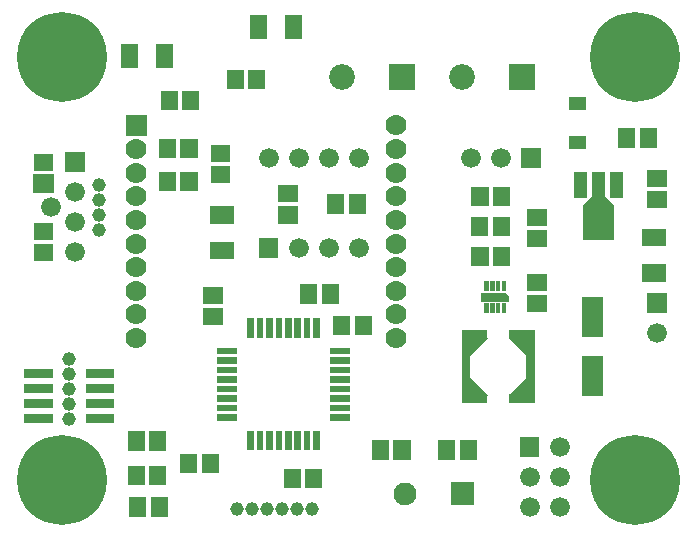
<source format=gbr>
G04 start of page 5 for group -4063 idx -4063 *
G04 Title: (unknown), componentmask *
G04 Creator: pcb 20110918 *
G04 CreationDate: Tue 09 Apr 2013 01:29:24 AM GMT UTC *
G04 For: railfan *
G04 Format: Gerber/RS-274X *
G04 PCB-Dimensions: 225000 175000 *
G04 PCB-Coordinate-Origin: lower left *
%MOIN*%
%FSLAX25Y25*%
%LNTOPMASK*%
%ADD91R,0.0202X0.0202*%
%ADD90R,0.0300X0.0300*%
%ADD89R,0.0158X0.0158*%
%ADD88R,0.0420X0.0420*%
%ADD87R,0.1005X0.1005*%
%ADD86R,0.0438X0.0438*%
%ADD85R,0.0690X0.0690*%
%ADD84R,0.0290X0.0290*%
%ADD83R,0.0300X0.0300*%
%ADD82R,0.0622X0.0622*%
%ADD81R,0.0217X0.0217*%
%ADD80R,0.0572X0.0572*%
%ADD79C,0.0860*%
%ADD78C,0.0700*%
%ADD77C,0.0760*%
%ADD76C,0.0001*%
%ADD75C,0.0660*%
%ADD74C,0.0460*%
%ADD73C,0.2997*%
G54D73*X17000Y17000D03*
G54D74*X19500Y57500D03*
Y52500D03*
Y47500D03*
Y42500D03*
Y37500D03*
G54D73*X208000Y17000D03*
G54D75*X183000Y28000D03*
Y18000D03*
Y8000D03*
G54D76*G36*
X146806Y16300D02*Y8700D01*
X154406D01*
Y16300D01*
X146806D01*
G37*
G54D77*X131394Y12500D03*
G54D76*G36*
X169700Y31300D02*Y24700D01*
X176300D01*
Y31300D01*
X169700D01*
G37*
G54D75*X173000Y18000D03*
Y8000D03*
G54D74*X100500Y7500D03*
X95500D03*
X90500D03*
X85500D03*
X80500D03*
X75500D03*
G54D73*X17000Y158000D03*
G54D76*G36*
X38386Y138748D02*Y131748D01*
X45386D01*
Y138748D01*
X38386D01*
G37*
G36*
X82700Y97800D02*Y91200D01*
X89300D01*
Y97800D01*
X82700D01*
G37*
G54D75*X96000Y94500D03*
Y124500D03*
X86000D03*
X106000Y94500D03*
X116000D03*
G54D78*X128500Y88004D03*
Y80130D03*
Y72256D03*
Y119500D03*
Y111626D03*
Y103752D03*
Y95878D03*
G54D76*G36*
X212200Y79300D02*Y72700D01*
X218800D01*
Y79300D01*
X212200D01*
G37*
G54D75*X215500Y66000D03*
G54D78*X128500Y64382D03*
G54D76*G36*
X18200Y126300D02*Y119700D01*
X24800D01*
Y126300D01*
X18200D01*
G37*
G54D74*X29500Y115500D03*
G54D75*X21500Y113000D03*
Y103000D03*
Y93000D03*
G54D74*X29500Y110500D03*
Y105500D03*
Y100500D03*
G54D75*X13500Y108000D03*
G54D78*X41886Y127374D03*
Y119500D03*
Y111626D03*
Y103752D03*
Y95878D03*
Y88004D03*
Y80130D03*
Y72256D03*
Y64382D03*
G54D76*G36*
X170200Y127800D02*Y121200D01*
X176800D01*
Y127800D01*
X170200D01*
G37*
G54D75*X163500Y124500D03*
X153500D03*
X116000D03*
X106000D03*
G54D73*X208000Y158000D03*
G54D76*G36*
X166200Y155800D02*Y147200D01*
X174800D01*
Y155800D01*
X166200D01*
G37*
G54D79*X150500Y151500D03*
G54D76*G36*
X126200Y155800D02*Y147200D01*
X134800D01*
Y155800D01*
X126200D01*
G37*
G54D78*X128500Y135248D03*
Y127374D03*
G54D79*X110500Y151500D03*
G54D80*X67150Y71457D02*X67936D01*
X67150Y78543D02*X67936D01*
X69319Y93595D02*X71681D01*
G54D81*X92575Y69992D02*Y65566D01*
G54D80*X99457Y79393D02*Y78607D01*
X106543Y79393D02*Y78607D01*
X110457Y68893D02*Y68107D01*
G54D81*X89425Y69992D02*Y65566D01*
G54D80*X101043Y17893D02*Y17107D01*
X93957Y17893D02*Y17107D01*
G54D81*X86275Y69992D02*Y65566D01*
X83126Y69992D02*Y65566D01*
X79976Y69992D02*Y65566D01*
X70008Y60023D02*X74434D01*
X70008Y56874D02*X74434D01*
X70008Y53724D02*X74434D01*
X70008Y50575D02*X74434D01*
X70008Y47425D02*X74434D01*
X70008Y44275D02*X74434D01*
X70008Y41126D02*X74434D01*
X70008Y37976D02*X74434D01*
G54D82*X10607Y115914D02*X11393D01*
G54D80*X10607Y123000D02*X11393D01*
X60043Y143893D02*Y143107D01*
X52957Y143893D02*Y143107D01*
X69607Y126043D02*X70393D01*
X59500Y127893D02*Y127107D01*
X52414Y127893D02*Y127107D01*
X69319Y105405D02*X71681D01*
X52414Y116893D02*Y116107D01*
X59500Y116893D02*Y116107D01*
X69607Y118957D02*X70393D01*
X82595Y169181D02*Y166819D01*
X74957Y150893D02*Y150107D01*
X82043Y150893D02*Y150107D01*
X94405Y169181D02*Y166819D01*
X108457Y109393D02*Y108607D01*
X115543Y109393D02*Y108607D01*
X92107Y105414D02*X92893D01*
X92107Y112500D02*X92893D01*
X51405Y159681D02*Y157319D01*
X39595Y159681D02*Y157319D01*
X59457Y22893D02*Y22107D01*
X66543Y22893D02*Y22107D01*
X49043Y30393D02*Y29607D01*
X49543Y8393D02*Y7607D01*
X42457Y8393D02*Y7607D01*
G54D83*X26500Y37500D02*X33000D01*
X26500Y42500D02*X33000D01*
X26500Y47500D02*X33000D01*
X26500Y52500D02*X33000D01*
G54D80*X41957Y30393D02*Y29607D01*
X49043Y18893D02*Y18107D01*
X41957Y18893D02*Y18107D01*
X10607Y100043D02*X11393D01*
X10607Y92957D02*X11393D01*
G54D83*X6000Y52500D02*X12500D01*
X6000Y47500D02*X12500D01*
X6000Y42500D02*X12500D01*
X6000Y37500D02*X12500D01*
G54D84*X173243Y65700D02*Y44300D01*
X167643D02*X173243D01*
X151843D02*X157443D01*
G54D76*G36*
X170293Y47250D02*Y43650D01*
X173893D01*
Y47250D01*
X170293D01*
G37*
G36*
X151193Y66350D02*Y62750D01*
X154793D01*
Y66350D01*
X151193D01*
G37*
G36*
Y47250D02*Y43650D01*
X154793D01*
Y47250D01*
X151193D01*
G37*
G36*
X168620Y67096D02*X174639Y61077D01*
X172093Y58531D01*
X166074Y64550D01*
X168620Y67096D01*
G37*
G36*
X166074Y45450D02*X172093Y51469D01*
X174639Y48923D01*
X168620Y42904D01*
X166074Y45450D01*
G37*
G36*
X150447Y61077D02*X156466Y67096D01*
X159012Y64550D01*
X152993Y58531D01*
X150447Y61077D01*
G37*
G36*
X152993Y51469D02*X159012Y45450D01*
X156466Y42904D01*
X150447Y48923D01*
X152993Y51469D01*
G37*
G54D80*X123414Y27393D02*Y26607D01*
X130500Y27393D02*Y26607D01*
X152543Y27393D02*Y26607D01*
X145457Y27393D02*Y26607D01*
G54D84*X167643Y65700D02*X173243D01*
X151843D02*Y44300D01*
Y65700D02*X157443D01*
G54D76*G36*
X170293Y66350D02*Y62750D01*
X173893D01*
Y66350D01*
X170293D01*
G37*
G54D81*X79977Y32434D02*Y28008D01*
X83126Y32434D02*Y28008D01*
X86276Y32434D02*Y28008D01*
X89425Y32434D02*Y28008D01*
X92575Y32434D02*Y28008D01*
X95725Y32434D02*Y28008D01*
X98874Y32434D02*Y28008D01*
X102024Y32434D02*Y28008D01*
X107566Y37977D02*X111992D01*
X107566Y41126D02*X111992D01*
X107566Y44276D02*X111992D01*
X107566Y47425D02*X111992D01*
X107566Y50575D02*X111992D01*
X107566Y53725D02*X111992D01*
X107566Y56874D02*X111992D01*
X107566Y60024D02*X111992D01*
X102023Y69992D02*Y65566D01*
X98874Y69992D02*Y65566D01*
X95724Y69992D02*Y65566D01*
G54D80*X117543Y68893D02*Y68107D01*
X213319Y86095D02*X215681D01*
X213319Y97905D02*X215681D01*
G54D85*X194000Y54807D02*Y48508D01*
Y74492D02*Y68193D01*
G54D80*X215107Y110457D02*X215893D01*
X215107Y117543D02*X215893D01*
G54D86*X196000Y117405D02*Y105595D01*
G54D87*Y103861D02*Y101971D01*
G54D88*X188400Y129600D02*X189600D01*
X188400Y142500D02*X189600D01*
G54D86*X201906Y117405D02*Y113311D01*
G54D76*G36*
X197885Y111850D02*X201149Y108586D01*
X199305Y106742D01*
X196041Y110006D01*
X197885Y111850D01*
G37*
G36*
X190851Y108586D02*X194115Y111850D01*
X195959Y110006D01*
X192695Y106742D01*
X190851Y108586D01*
G37*
G54D86*X190094Y117405D02*Y113311D01*
G54D80*X212543Y131393D02*Y130607D01*
X205457Y131393D02*Y130607D01*
X156500Y111893D02*Y111107D01*
X163586Y111893D02*Y111107D01*
X156457Y101893D02*Y101107D01*
X163543Y101893D02*Y101107D01*
X163586Y91893D02*Y91107D01*
X156500Y91893D02*Y91107D01*
X175150Y97457D02*X175936D01*
X175150Y104543D02*X175936D01*
X175150Y75957D02*X175936D01*
X175150Y83043D02*X175936D01*
G54D89*X164488Y82528D02*Y80756D01*
X162519Y82528D02*Y80756D01*
X160551Y82528D02*Y80756D01*
X158582Y82528D02*Y80756D01*
Y75244D02*Y73472D01*
X160551Y75244D02*Y73472D01*
X162519Y75244D02*Y73472D01*
X164488Y75244D02*Y73472D01*
G54D90*X158405Y78000D02*X163681D01*
G54D91*X157913Y77508D02*X165157D01*
G54D76*G36*
X163372Y78117D02*X164881Y79626D01*
X166290Y78217D01*
X164781Y76708D01*
X163372Y78117D01*
G37*
M02*

</source>
